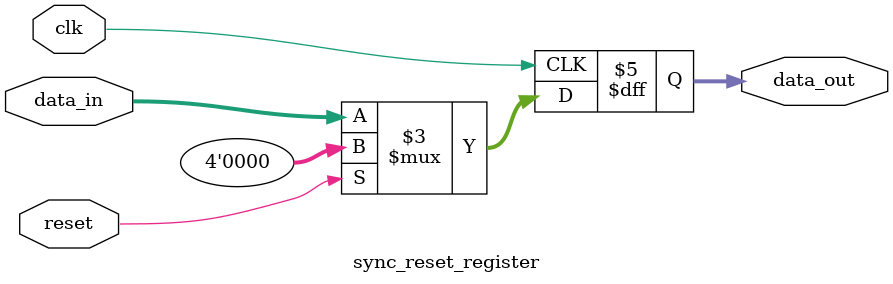
<source format=sv>
module sync_reset_register (
    input logic clk,           
    input logic reset,         
    input logic [3:0] data_in, 
    output logic [3:0] data_out
);
    always_ff @(posedge clk) begin
        if (reset) begin
            data_out <= 4'b0000; 
        end else begin
            data_out <= data_in; 
        end
    end
endmodule

</source>
